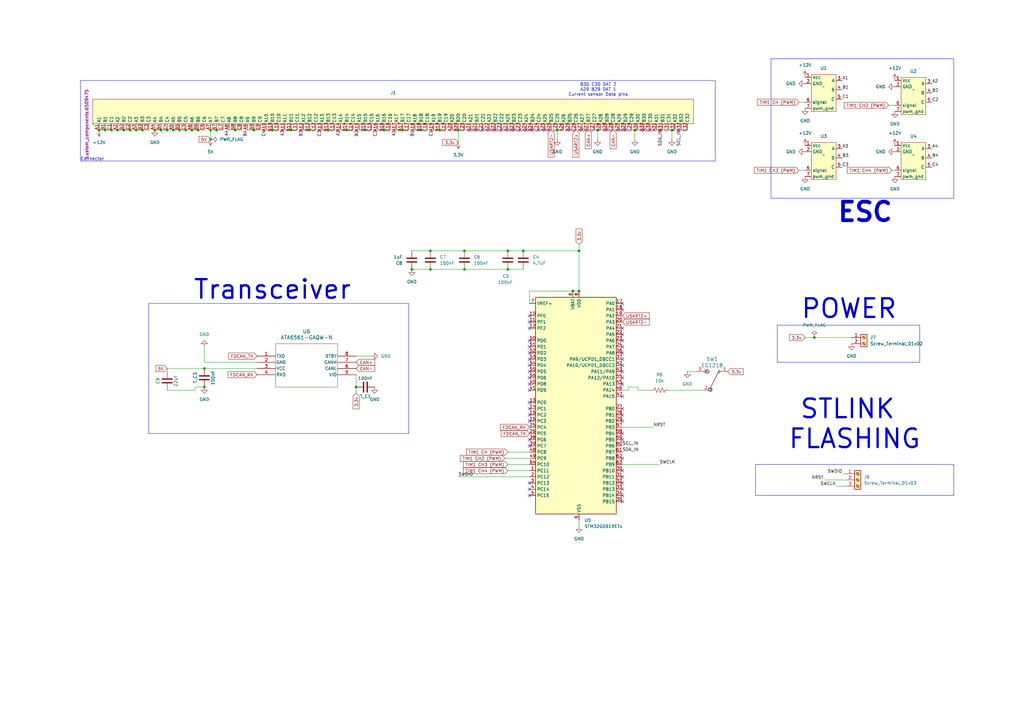
<source format=kicad_sch>
(kicad_sch (version 20250114) (generator "eeschema") (generator_version "9.0")
  (paper "A3")
  (title_block (title "Thruster Control Card") (company "Robatics @ Maryland") (comment 1 "Andrew Schaefer"))
  (lib_symbols
    (symbol "Connector:Screw_Terminal_01x02" (pin_names (offset 1.016) (hide yes))
      (property "Reference" "J" (at 0 2.54 0))
      (property "Value" "Screw_Terminal_01x02" (at 0 -5.08 0))
      (symbol "Screw_Terminal_01x02_1_1"
        (rectangle (start -1.27 1.27) (end 1.27 -3.81) (stroke (width 0.254)) (fill (type background)))
        (polyline (pts (xy -0.5334 0.3302) (xy 0.3302 -0.508)) (stroke (width 0.1524)))
        (polyline (pts (xy -0.5334 -2.2098) (xy 0.3302 -3.048)) (stroke (width 0.1524)))
        (polyline (pts (xy -0.3556 0.508) (xy 0.508 -0.3302)) (stroke (width 0.1524)))
        (polyline (pts (xy -0.3556 -2.032) (xy 0.508 -2.8702)) (stroke (width 0.1524)))
        (circle (center 0 0) (radius 0.635) (stroke (width 0.1524)))
        (circle (center 0 -2.54) (radius 0.635) (stroke (width 0.1524)))
        (pin passive line (at -5.08 0 0) (length 3.81) (name "Pin_1") (number "1"))
        (pin passive line (at -5.08 -2.54 0) (length 3.81) (name "Pin_2") (number "2"))
      )
    )
    (symbol "Connector:Screw_Terminal_01x03" (pin_names (offset 1.016) (hide yes))
      (property "Reference" "J" (at 0 5.08 0))
      (property "Value" "Screw_Terminal_01x03" (at 0 -5.08 0))
      (symbol "Screw_Terminal_01x03_1_1"
        (rectangle (start -1.27 3.81) (end 1.27 -3.81) (stroke (width 0.254)) (fill (type background)))
        (polyline (pts (xy -0.5334 2.8702) (xy 0.3302 2.032)) (stroke (width 0.1524)))
        (polyline (pts (xy -0.5334 0.3302) (xy 0.3302 -0.508)) (stroke (width 0.1524)))
        (polyline (pts (xy -0.5334 -2.2098) (xy 0.3302 -3.048)) (stroke (width 0.1524)))
        (polyline (pts (xy -0.3556 3.048) (xy 0.508 2.2098)) (stroke (width 0.1524)))
        (polyline (pts (xy -0.3556 0.508) (xy 0.508 -0.3302)) (stroke (width 0.1524)))
        (polyline (pts (xy -0.3556 -2.032) (xy 0.508 -2.8702)) (stroke (width 0.1524)))
        (circle (center 0 2.54) (radius 0.635) (stroke (width 0.1524)))
        (circle (center 0 0) (radius 0.635) (stroke (width 0.1524)))
        (circle (center 0 -2.54) (radius 0.635) (stroke (width 0.1524)))
        (pin passive line (at -5.08 2.54 0) (length 3.81) (name "Pin_1") (number "1"))
        (pin passive line (at -5.08 0 0) (length 3.81) (name "Pin_2") (number "2"))
        (pin passive line (at -5.08 -2.54 0) (length 3.81) (name "Pin_3") (number "3"))
      )
    )
    (symbol "Custom:650470"
      (property "Reference" "J" (at 0 0 0))
      (symbol "650470_1_1"
        (rectangle (start 0 0) (end 10.16 -246.38) (fill (type background)))
        (pin passive line (at -2.54 -2.54 0) (length 2.54) (name "A1") (number "A1"))
        (pin passive line (at -2.54 -5.08 0) (length 2.54) (name "B1") (number "B1"))
        (pin passive line (at -2.54 -7.62 0) (length 2.54) (name "C1") (number "C1"))
        (pin passive line (at -2.54 -10.16 0) (length 2.54) (name "A2") (number "A2"))
        (pin passive line (at -2.54 -12.7 0) (length 2.54) (name "B2") (number "B2"))
        (pin passive line (at -2.54 -15.24 0) (length 2.54) (name "C2") (number "C2"))
        (pin passive line (at -2.54 -17.78 0) (length 2.54) (name "A3") (number "A3"))
        (pin passive line (at -2.54 -20.32 0) (length 2.54) (name "B3") (number "B3"))
        (pin passive line (at -2.54 -22.86 0) (length 2.54) (name "C3") (number "C3"))
        (pin passive line (at -2.54 -25.4 0) (length 2.54) (name "A4") (number "A4"))
        (pin passive line (at -2.54 -27.94 0) (length 2.54) (name "B4") (number "B4"))
        (pin passive line (at -2.54 -30.48 0) (length 2.54) (name "C4") (number "C4"))
        (pin passive line (at -2.54 -33.02 0) (length 2.54) (name "A5") (number "A5"))
        (pin passive line (at -2.54 -35.56 0) (length 2.54) (name "B5") (number "B5"))
        (pin passive line (at -2.54 -38.1 0) (length 2.54) (name "C5") (number "C5"))
        (pin passive line (at -2.54 -40.64 0) (length 2.54) (name "A6") (number "A6"))
        (pin passive line (at -2.54 -43.18 0) (length 2.54) (name "B6") (number "B6"))
        (pin passive line (at -2.54 -45.72 0) (length 2.54) (name "C6") (number "C6"))
        (pin passive line (at -2.54 -48.26 0) (length 2.54) (name "A7") (number "A7"))
        (pin passive line (at -2.54 -50.8 0) (length 2.54) (name "B7") (number "B7"))
        (pin passive line (at -2.54 -53.34 0) (length 2.54) (name "C7") (number "C7"))
        (pin passive line (at -2.54 -55.88 0) (length 2.54) (name "A8") (number "A8"))
        (pin passive line (at -2.54 -58.42 0) (length 2.54) (name "B8") (number "B8"))
        (pin passive line (at -2.54 -60.96 0) (length 2.54) (name "C8") (number "C8"))
        (pin passive line (at -2.54 -63.5 0) (length 2.54) (name "A9") (number "A9"))
        (pin passive line (at -2.54 -66.04 0) (length 2.54) (name "B9") (number "B9"))
        (pin passive line (at -2.54 -68.58 0) (length 2.54) (name "C9") (number "C9"))
        (pin passive line (at -2.54 -71.12 0) (length 2.54) (name "A10") (number "A10"))
        (pin passive line (at -2.54 -73.66 0) (length 2.54) (name "B10") (number "B10"))
        (pin passive line (at -2.54 -76.2 0) (length 2.54) (name "C10") (number "C10"))
        (pin passive line (at -2.54 -78.74 0) (length 2.54) (name "A11") (number "A11"))
        (pin passive line (at -2.54 -81.28 0) (length 2.54) (name "B11") (number "B11"))
        (pin passive line (at -2.54 -83.82 0) (length 2.54) (name "C11") (number "C11"))
        (pin passive line (at -2.54 -86.36 0) (length 2.54) (name "A12") (number "A12"))
        (pin passive line (at -2.54 -88.9 0) (length 2.54) (name "B12") (number "B12"))
        (pin passive line (at -2.54 -91.44 0) (length 2.54) (name "C12") (number "C12"))
        (pin passive line (at -2.54 -93.98 0) (length 2.54) (name "A13") (number "A13"))
        (pin passive line (at -2.54 -96.52 0) (length 2.54) (name "B13") (number "B13"))
        (pin passive line (at -2.54 -99.06 0) (length 2.54) (name "C13") (number "C13"))
        (pin passive line (at -2.54 -101.6 0) (length 2.54) (name "A14") (number "A14"))
        (pin passive line (at -2.54 -104.14 0) (length 2.54) (name "B14") (number "B14"))
        (pin passive line (at -2.54 -106.68 0) (length 2.54) (name "C14") (number "C14"))
        (pin passive line (at -2.54 -109.22 0) (length 2.54) (name "A15") (number "A15"))
        (pin passive line (at -2.54 -111.76 0) (length 2.54) (name "B15") (number "B15"))
        (pin passive line (at -2.54 -114.3 0) (length 2.54) (name "C15") (number "C15"))
        (pin passive line (at -2.54 -116.84 0) (length 2.54) (name "A16") (number "A16"))
        (pin passive line (at -2.54 -119.38 0) (length 2.54) (name "B16") (number "B16"))
        (pin passive line (at -2.54 -121.92 0) (length 2.54) (name "C16") (number "C16"))
        (pin passive line (at -2.54 -124.46 0) (length 2.54) (name "A17") (number "A17"))
        (pin passive line (at -2.54 -127 0) (length 2.54) (name "B17") (number "B17"))
        (pin passive line (at -2.54 -129.54 0) (length 2.54) (name "C17") (number "C17"))
        (pin passive line (at -2.54 -132.08 0) (length 2.54) (name "A18") (number "A18"))
        (pin passive line (at -2.54 -134.62 0) (length 2.54) (name "B18") (number "B18"))
        (pin passive line (at -2.54 -137.16 0) (length 2.54) (name "C18") (number "C18"))
        (pin passive line (at -2.54 -139.7 0) (length 2.54) (name "A19") (number "A19"))
        (pin passive line (at -2.54 -142.24 0) (length 2.54) (name "B19") (number "B19"))
        (pin passive line (at -2.54 -144.78 0) (length 2.54) (name "C19") (number "C19"))
        (pin passive line (at -2.54 -147.32 0) (length 2.54) (name "A20") (number "A20"))
        (pin passive line (at -2.54 -149.86 0) (length 2.54) (name "B20") (number "B20"))
        (pin passive line (at -2.54 -152.4 0) (length 2.54) (name "C20") (number "C20"))
        (pin passive line (at -2.54 -154.94 0) (length 2.54) (name "A21") (number "A21"))
        (pin passive line (at -2.54 -157.48 0) (length 2.54) (name "B21") (number "B21"))
        (pin passive line (at -2.54 -160.02 0) (length 2.54) (name "C21") (number "C21"))
        (pin passive line (at -2.54 -162.56 0) (length 2.54) (name "A22") (number "A22"))
        (pin passive line (at -2.54 -165.1 0) (length 2.54) (name "B22") (number "B22"))
        (pin passive line (at -2.54 -167.64 0) (length 2.54) (name "C22") (number "C22"))
        (pin passive line (at -2.54 -170.18 0) (length 2.54) (name "A23") (number "A23"))
        (pin passive line (at -2.54 -172.72 0) (length 2.54) (name "B23") (number "B23"))
        (pin passive line (at -2.54 -175.26 0) (length 2.54) (name "C23") (number "C23"))
        (pin passive line (at -2.54 -177.8 0) (length 2.54) (name "A24") (number "A24"))
        (pin passive line (at -2.54 -180.34 0) (length 2.54) (name "B24") (number "B24"))
        (pin passive line (at -2.54 -182.88 0) (length 2.54) (name "C24") (number "C24"))
        (pin passive line (at -2.54 -185.42 0) (length 2.54) (name "A25") (number "A25"))
        (pin passive line (at -2.54 -187.96 0) (length 2.54) (name "B25") (number "B25"))
        (pin passive line (at -2.54 -190.5 0) (length 2.54) (name "C25") (number "C25"))
        (pin passive line (at -2.54 -193.04 0) (length 2.54) (name "A26") (number "A26"))
        (pin passive line (at -2.54 -195.58 0) (length 2.54) (name "B26") (number "B26"))
        (pin passive line (at -2.54 -198.12 0) (length 2.54) (name "C26") (number "C26"))
        (pin passive line (at -2.54 -200.66 0) (length 2.54) (name "A27") (number "A27"))
        (pin passive line (at -2.54 -203.2 0) (length 2.54) (name "B27") (number "B27"))
        (pin passive line (at -2.54 -205.74 0) (length 2.54) (name "C27") (number "C27"))
        (pin passive line (at -2.54 -208.28 0) (length 2.54) (name "A28") (number "A28"))
        (pin passive line (at -2.54 -210.82 0) (length 2.54) (name "B28") (number "B28"))
        (pin passive line (at -2.54 -213.36 0) (length 2.54) (name "C28") (number "C28"))
        (pin passive line (at -2.54 -215.9 0) (length 2.54) (name "A29") (number "A29"))
        (pin passive line (at -2.54 -218.44 0) (length 2.54) (name "B29") (number "B29"))
        (pin passive line (at -2.54 -220.98 0) (length 2.54) (name "C29") (number "C29"))
        (pin passive line (at -2.54 -223.52 0) (length 2.54) (name "A30") (number "A30"))
        (pin passive line (at -2.54 -226.06 0) (length 2.54) (name "B30") (number "B30"))
        (pin passive line (at -2.54 -228.6 0) (length 2.54) (name "C30") (number "C30"))
        (pin passive line (at -2.54 -231.14 0) (length 2.54) (name "A31") (number "A31"))
        (pin passive line (at -2.54 -233.68 0) (length 2.54) (name "B31") (number "B31"))
        (pin passive line (at -2.54 -236.22 0) (length 2.54) (name "C31") (number "C31"))
        (pin passive line (at -2.54 -238.76 0) (length 2.54) (name "A32") (number "A32"))
        (pin passive line (at -2.54 -241.3 0) (length 2.54) (name "B32") (number "B32"))
        (pin passive line (at -2.54 -243.84 0) (length 2.54) (name "C32") (number "C32"))
      )
    )
    (symbol "Device:C" (pin_numbers (hide yes)) (pin_names (offset 0.254))
      (property "Reference" "C" (at 0.635 2.54 0))
      (property "Value" "C" (at 0.635 -2.54 0))
      (symbol "C_0_1"
        (polyline (pts (xy -2.032 0.762) (xy 2.032 0.762)) (stroke (width 0.508)))
        (polyline (pts (xy -2.032 -0.762) (xy 2.032 -0.762)) (stroke (width 0.508)))
      )
      (symbol "C_1_1"
        (pin passive line (at 0 3.81 270) (length 2.794) (name "~") (number "1"))
        (pin passive line (at 0 -3.81 90) (length 2.794) (name "~") (number "2"))
      )
    )
    (symbol "Device:R_US" (pin_numbers (hide yes)) (pin_names (offset 0))
      (property "Reference" "R" (at 2.54 0 90))
      (property "Value" "R_US" (at -2.54 0 90))
      (symbol "R_US_0_1"
        (polyline (pts (xy 0 2.286) (xy 0 2.54)))
        (polyline (pts (xy 0 2.286) (xy 1.016 1.905) (xy 0 1.524) (xy -1.016 1.143) (xy 0 0.762)))
        (polyline (pts (xy 0 0.762) (xy 1.016 0.381) (xy 0 0) (xy -1.016 -0.381) (xy 0 -0.762)))
        (polyline (pts (xy 0 -0.762) (xy 1.016 -1.143) (xy 0 -1.524) (xy -1.016 -1.905) (xy 0 -2.286)))
        (polyline (pts (xy 0 -2.286) (xy 0 -2.54)))
      )
      (symbol "R_US_1_1"
        (pin passive line (at 0 3.81 270) (length 1.27) (name "~") (number "1"))
        (pin passive line (at 0 -3.81 90) (length 1.27) (name "~") (number "2"))
      )
    )
    (symbol "ESC_1"
      (property "Reference" "U" (at 0 6.35 0))
      (symbol "ESC_1_1_1"
        (rectangle (start -5.08 5.08) (end 5.08 -10.16) (fill (type background)))
        (pin power_in line (at -7.62 3.81 0) (length 2.54) (name "Vcc") (number "1"))
        (pin power_out line (at -7.62 1.27 0) (length 2.54) (name "GND") (number "2"))
        (pin input line (at -7.62 -6.35 0) (length 2.54) (name "signal") (number "6"))
        (pin output line (at -7.62 -8.89 0) (length 2.54) (name "pwm_gnd") (number "7"))
        (pin output line (at 7.62 2.54 180) (length 2.54) (name "A") (number "3"))
        (pin output line (at 7.62 -1.27 180) (length 2.54) (name "B") (number "4"))
        (pin output line (at 7.62 -5.08 180) (length 2.54) (name "C") (number "5"))
      )
    )
    (symbol "ESC_2"
      (property "Reference" "U" (at 0 6.35 0))
      (symbol "ESC_2_1_1"
        (rectangle (start -5.08 5.08) (end 5.08 -10.16) (fill (type background)))
        (pin power_in line (at -7.62 3.81 0) (length 2.54) (name "Vcc") (number "1"))
        (pin power_out line (at -7.62 1.27 0) (length 2.54) (name "GND") (number "2"))
        (pin input line (at -7.62 -6.35 0) (length 2.54) (name "signal") (number "6"))
        (pin output line (at -7.62 -8.89 0) (length 2.54) (name "pwm_gnd") (number "7"))
        (pin output line (at 7.62 2.54 180) (length 2.54) (name "A") (number "3"))
        (pin output line (at 7.62 -1.27 180) (length 2.54) (name "B") (number "4"))
        (pin output line (at 7.62 -5.08 180) (length 2.54) (name "C") (number "5"))
      )
    )
    (symbol "GND_1" (power) (pin_numbers (hide yes)) (pin_names (offset 0) (hide yes))
      (property "Value" "GND" (at 0 -3.81 0))
      (symbol "GND_1_0_1"
        (polyline (pts (xy 0 0) (xy 0 -1.27) (xy 1.27 -1.27) (xy 0 -2.54) (xy -1.27 -1.27) (xy 0 -1.27)))
      )
      (symbol "GND_1_1_1"
        (pin power_in line (at 0 0 270) (length 0) (name "~") (number "1"))
      )
    )
    (symbol "MCU_ST_STM32G0:STM32G0B1RETx"
      (property "Reference" "U" (at -15.24 46.99 0))
      (property "Value" "STM32G0B1RETx" (at 5.08 46.99 0))
      (symbol "STM32G0B1RETx_0_1"
        (rectangle (start -15.24 -43.18) (end 17.78 45.72) (stroke (width 0.254)) (fill (type background)))
      )
      (symbol "STM32G0B1RETx_1_1"
        (pin input line (at -17.78 43.18 0) (length 2.54) (name "VREF+") (number "7"))
        (pin bidirectional line (at -17.78 38.1 0) (length 2.54) (name "PF0") (number "10"))
        (pin bidirectional line (at -17.78 35.56 0) (length 2.54) (name "PF1") (number "11"))
        (pin bidirectional line (at -17.78 33.02 0) (length 2.54) (name "PF2") (number "12"))
        (pin bidirectional line (at -17.78 27.94 0) (length 2.54) (name "PD0") (number "50"))
        (pin bidirectional line (at -17.78 25.4 0) (length 2.54) (name "PD1") (number "51"))
        (pin bidirectional line (at -17.78 22.86 0) (length 2.54) (name "PD2") (number "52"))
        (pin bidirectional line (at -17.78 20.32 0) (length 2.54) (name "PD3") (number "53"))
        (pin bidirectional line (at -17.78 17.78 0) (length 2.54) (name "PD4") (number "54"))
        (pin bidirectional line (at -17.78 15.24 0) (length 2.54) (name "PD5") (number "55"))
        (pin bidirectional line (at -17.78 12.7 0) (length 2.54) (name "PD6") (number "56"))
        (pin bidirectional line (at -17.78 10.16 0) (length 2.54) (name "PD8") (number "40"))
        (pin bidirectional line (at -17.78 7.62 0) (length 2.54) (name "PD9") (number "41"))
        (pin bidirectional line (at -17.78 2.54 0) (length 2.54) (name "PC0") (number "13"))
        (pin bidirectional line (at -17.78 0 0) (length 2.54) (name "PC1") (number "14"))
        (pin bidirectional line (at -17.78 -2.54 0) (length 2.54) (name "PC2") (number "15"))
        (pin bidirectional line (at -17.78 -5.08 0) (length 2.54) (name "PC3") (number "16"))
        (pin bidirectional line (at -17.78 -7.62 0) (length 2.54) (name "PC4") (number "25"))
        (pin bidirectional line (at -17.78 -10.16 0) (length 2.54) (name "PC5") (number "26"))
        (pin bidirectional line (at -17.78 -12.7 0) (length 2.54) (name "PC6") (number "38"))
        (pin bidirectional line (at -17.78 -15.24 0) (length 2.54) (name "PC7") (number "39"))
        (pin bidirectional line (at -17.78 -17.78 0) (length 2.54) (name "PC8") (number "48"))
        (pin bidirectional line (at -17.78 -20.32 0) (length 2.54) (name "PC9") (number "49"))
        (pin bidirectional line (at -17.78 -22.86 0) (length 2.54) (name "PC10") (number "64"))
        (pin bidirectional line (at -17.78 -25.4 0) (length 2.54) (name "PC11") (number "1"))
        (pin bidirectional line (at -17.78 -27.94 0) (length 2.54) (name "PC12") (number "2"))
        (pin bidirectional line (at -17.78 -30.48 0) (length 2.54) (name "PC13") (number "3"))
        (pin bidirectional line (at -17.78 -33.02 0) (length 2.54) (name "PC14") (number "4"))
        (pin bidirectional line (at -17.78 -35.56 0) (length 2.54) (name "PC15") (number "5"))
        (pin power_in line (at 0 48.26 270) (length 2.54) (name "VBAT") (number "6"))
        (pin power_in line (at 2.54 48.26 270) (length 2.54) (name "VDD") (number "8"))
        (pin power_in line (at 2.54 -45.72 90) (length 2.54) (name "VSS") (number "9"))
        (pin bidirectional line (at 20.32 43.18 180) (length 2.54) (name "PA0") (number "17"))
        (pin bidirectional line (at 20.32 40.64 180) (length 2.54) (name "PA1") (number "18"))
        (pin bidirectional line (at 20.32 38.1 180) (length 2.54) (name "PA2") (number "19"))
        (pin bidirectional line (at 20.32 35.56 180) (length 2.54) (name "PA3") (number "20"))
        (pin bidirectional line (at 20.32 33.02 180) (length 2.54) (name "PA4") (number "21"))
        (pin bidirectional line (at 20.32 30.48 180) (length 2.54) (name "PA5") (number "22"))
        (pin bidirectional line (at 20.32 27.94 180) (length 2.54) (name "PA6") (number "23"))
        (pin bidirectional line (at 20.32 25.4 180) (length 2.54) (name "PA7") (number "24"))
        (pin bidirectional line (at 20.32 22.86 180) (length 2.54) (name "PA8") (number "36"))
        (pin bidirectional line (at 20.32 20.32 180) (length 2.54) (name "PA9/UCPD1_DBCC1") (number "37"))
        (pin bidirectional line (at 20.32 17.78 180) (length 2.54) (name "PA10/UCPD1_DBCC2") (number "42"))
        (pin bidirectional line (at 20.32 15.24 180) (length 2.54) (name "PA11/PA9") (number "43"))
        (pin bidirectional line (at 20.32 12.7 180) (length 2.54) (name "PA12/PA10") (number "44"))
        (pin bidirectional line (at 20.32 10.16 180) (length 2.54) (name "PA13") (number "45"))
        (pin bidirectional line (at 20.32 7.62 180) (length 2.54) (name "PA14") (number "46"))
        (pin bidirectional line (at 20.32 5.08 180) (length 2.54) (name "PA15") (number "47"))
        (pin bidirectional line (at 20.32 0 180) (length 2.54) (name "PB0") (number "27"))
        (pin bidirectional line (at 20.32 -2.54 180) (length 2.54) (name "PB1") (number "28"))
        (pin bidirectional line (at 20.32 -5.08 180) (length 2.54) (name "PB2") (number "29"))
        (pin bidirectional line (at 20.32 -7.62 180) (length 2.54) (name "PB3") (number "57"))
        (pin bidirectional line (at 20.32 -10.16 180) (length 2.54) (name "PB4") (number "58"))
        (pin bidirectional line (at 20.32 -12.7 180) (length 2.54) (name "PB5") (number "59"))
        (pin bidirectional line (at 20.32 -15.24 180) (length 2.54) (name "PB6") (number "60"))
        (pin bidirectional line (at 20.32 -17.78 180) (length 2.54) (name "PB7") (number "61"))
        (pin bidirectional line (at 20.32 -20.32 180) (length 2.54) (name "PB8") (number "62"))
        (pin bidirectional line (at 20.32 -22.86 180) (length 2.54) (name "PB9") (number "63"))
        (pin bidirectional line (at 20.32 -25.4 180) (length 2.54) (name "PB10") (number "30"))
        (pin bidirectional line (at 20.32 -27.94 180) (length 2.54) (name "PB11") (number "31"))
        (pin bidirectional line (at 20.32 -30.48 180) (length 2.54) (name "PB12") (number "32"))
        (pin bidirectional line (at 20.32 -33.02 180) (length 2.54) (name "PB13") (number "33"))
        (pin bidirectional line (at 20.32 -35.56 180) (length 2.54) (name "PB14") (number "34"))
        (pin bidirectional line (at 20.32 -38.1 180) (length 2.54) (name "PB15") (number "35"))
      )
    )
    (symbol "Thruster_Control_Components:ESC"
      (property "Reference" "U" (at 0 6.35 0))
      (symbol "ESC_1_1"
        (rectangle (start -5.08 5.08) (end 5.08 -10.16) (fill (type background)))
        (pin power_in line (at -7.62 3.81 0) (length 2.54) (name "Vcc") (number "1"))
        (pin power_out line (at -7.62 1.27 0) (length 2.54) (name "GND") (number "2"))
        (pin input line (at -7.62 -6.35 0) (length 2.54) (name "signal") (number "6"))
        (pin output line (at -7.62 -8.89 0) (length 2.54) (name "pwm_gnd") (number "7"))
        (pin output line (at 7.62 2.54 180) (length 2.54) (name "A") (number "3"))
        (pin output line (at 7.62 -1.27 180) (length 2.54) (name "B") (number "4"))
        (pin output line (at 7.62 -5.08 180) (length 2.54) (name "C") (number "5"))
      )
    )
    (symbol "custom_components:ATA6561-GAQW-N" (pin_names (offset 0.254))
      (property "Reference" "U6" (at 20.32 10.16 0))
      (property "Value" "ATA6561-GAQW-N" (at 20.32 7.62 0))
      (symbol "ATA6561-GAQW-N_0_1"
        (polyline (pts (xy 7.62 5.08) (xy 7.62 -12.7)) (stroke (width 0.127)))
        (polyline (pts (xy 7.62 -12.7) (xy 33.02 -12.7)) (stroke (width 0.127)))
        (polyline (pts (xy 33.02 5.08) (xy 7.62 5.08)) (stroke (width 0.127)))
        (polyline (pts (xy 33.02 -12.7) (xy 33.02 5.08)) (stroke (width 0.127)))
        (pin unspecified line (at 0 0 0) (length 7.62) (name "TXD") (number "1"))
        (pin power_in line (at 0 -5.08 0) (length 7.62) (name "VCC") (number "3"))
        (pin unspecified line (at 0 -7.62 0) (length 7.62) (name "RXD") (number "4"))
        (pin unspecified line (at 40.64 0 180) (length 7.62) (name "STBY") (number "8"))
        (pin unspecified line (at 40.64 -2.54 180) (length 7.62) (name "CANH") (number "7"))
        (pin unspecified line (at 40.64 -5.08 180) (length 7.62) (name "CANL") (number "6"))
      )
      (symbol "ATA6561-GAQW-N_1_1"
        (pin power_in line (at 0 -2.54 0) (length 7.62) (name "GND") (number "2"))
        (pin unspecified line (at 40.64 -7.62 180) (length 7.62) (name "VIO") (number "5"))
      )
    )
    (symbol "custom_components:EG1218" (pin_names (offset 0.254))
      (property "Reference" "SW" (at 7.62 15.24 0))
      (property "Value" "EG1218" (at 0 9.652 0))
      (symbol "EG1218_0_1"
        (polyline (pts (xy 2.54 0) (xy 3.81 0)) (stroke (width 0.2032)))
        (polyline (pts (xy 7.3251 7.3251) (xy 3.81 0)) (stroke (width 0.2032)))
        (circle (center 7.3251 7.3251) (radius 0.635) (stroke (width 0.254)))
        (circle (center 8.255 0) (radius 0.635) (stroke (width 0.254)))
        (polyline (pts (xy 10.16 0) (xy 8.89 0)) (stroke (width 0.2032)))
        (pin unspecified line (at 10.16 7.62 180) (length 2.54) (name "2") (number "2"))
        (pin unspecified line (at 12.7 0 180) (length 2.54) (name "3") (number "3"))
      )
      (symbol "EG1218_1_1"
        (pin unspecified line (at 0 0 0) (length 2.54) (name "1") (number "1"))
      )
    )
    (symbol "power:+12V" (power) (pin_names (offset 0))
      (property "Value" "+12V" (at 0 3.556 0))
      (symbol "+12V_0_1"
        (polyline (pts (xy -0.762 1.27) (xy 0 2.54)))
        (polyline (pts (xy 0 2.54) (xy 0.762 1.27)))
        (polyline (pts (xy 0 0) (xy 0 2.54)))
      )
      (symbol "+12V_1_1"
        (pin power_in line (at 0 0 90) (length 0) (hide yes) (name "+12V") (number "1"))
      )
    )
    (symbol "power:+3.3V" (power) (pin_names (offset 0))
      (property "Value" "+3.3V" (at 0 3.556 0))
      (symbol "+3.3V_0_1"
        (polyline (pts (xy -0.762 1.27) (xy 0 2.54)))
        (polyline (pts (xy 0 2.54) (xy 0.762 1.27)))
        (polyline (pts (xy 0 0) (xy 0 2.54)))
      )
      (symbol "+3.3V_1_1"
        (pin power_in line (at 0 0 90) (length 0) (hide yes) (name "+3.3V") (number "1"))
      )
    )
    (symbol "power:+5V" (power) (pin_names (offset 0))
      (property "Value" "+5V" (at 0 3.556 0))
      (symbol "+5V_0_1"
        (polyline (pts (xy -0.762 1.27) (xy 0 2.54)))
        (polyline (pts (xy 0 2.54) (xy 0.762 1.27)))
        (polyline (pts (xy 0 0) (xy 0 2.54)))
      )
      (symbol "+5V_1_1"
        (pin power_in line (at 0 0 90) (length 0) (hide yes) (name "+5V") (number "1"))
      )
    )
    (symbol "power:GND" (power) (pin_names (offset 0))
      (property "Value" "GND" (at 0 -3.81 0))
      (symbol "GND_0_1"
        (polyline (pts (xy 0 0) (xy 0 -1.27) (xy 1.27 -1.27) (xy 0 -2.54) (xy -1.27 -1.27) (xy 0 -1.27)))
      )
      (symbol "GND_1_1"
        (pin power_in line (at 0 0 270) (length 0) (hide yes) (name "GND") (number "1"))
      )
    )
    (symbol "power:PWR_FLAG" (power) (pin_numbers (hide yes)) (pin_names (offset 0) (hide yes))
      (property "Value" "PWR_FLAG" (at 0 3.81 0))
      (symbol "PWR_FLAG_0_0"
        (pin power_out line (at 0 0 90) (length 0) (name "~") (number "1"))
      )
      (symbol "PWR_FLAG_0_1"
        (polyline (pts (xy 0 0) (xy 0 1.27) (xy -1.016 1.905) (xy 0 2.54) (xy 1.016 1.905) (xy 0 1.27)))
      )
    )
  )
  (rectangle (start 309.88 190.5) (end 391.16 203.2))
  (rectangle (start 316.23 24.13) (end 391.16 81.28))
  (rectangle (start 33.02 33.02) (end 293.37 66.04))
  (rectangle (start 318.77 133.35) (end 377.19 148.59))
  (text "ESC" (at 354.838 87.122 0) (effects (font (size 7.62 7.62) (thickness 1.524) (bold yes))))
  (text "POWER" (at 348.234 126.746 0) (effects (font (size 7.62 7.62) (thickness 0.9525))))
  (text "B30 C30 DAT 2\nA29 B29 DAT 1\nCurrent sensor Data pins\n" (at 245.364 36.83 0) (effects (font (size 1.27 1.27))))
  (text "Connector" (at 33.02 66.04 0) (effects (font (size 1.27 1.27)) (justify left bottom)))
  (text "Transceiver" (at 111.76 118.872 0) (effects (font (size 7.62 7.62) (thickness 0.9525))))
  (text "STLINK \nFLASHING" (at 350.52 173.99 0) (effects (font (size 7.62 7.62) (thickness 0.9525))))
  (text_box "" (at 60.96 124.46 0) (size 106.68 53.34) (margins 0.9525 0.9525 0.9525 0.9525) (effects (font (size 1.27 1.27)) (justify left top)))
  (junction (at 86.36 57.15))
  (junction (at 180.34 53.34))
  (junction (at 96.52 53.34))
  (junction (at 78.74 53.34))
  (junction (at 275.59 53.34))
  (junction (at 50.8 53.34))
  (junction (at 104.14 53.34))
  (junction (at 83.82 151.13))
  (junction (at 68.58 53.34))
  (junction (at 76.2 53.34))
  (junction (at 55.88 53.34))
  (junction (at 40.64 53.34))
  (junction (at 111.76 53.34))
  (junction (at 58.42 53.34))
  (junction (at 165.1 53.34))
  (junction (at 134.62 53.34))
  (junction (at 88.9 53.34))
  (junction (at 142.24 53.34))
  (junction (at 157.48 53.34))
  (junction (at 234.95 119.38))
  (junction (at 53.34 53.34))
  (junction (at 237.49 102.87))
  (junction (at 127 53.34))
  (junction (at 71.12 53.34))
  (junction (at 208.28 102.87))
  (junction (at 81.28 53.34))
  (junction (at 43.18 53.34))
  (junction (at 66.04 53.34))
  (junction (at 146.05 158.75))
  (junction (at 119.38 53.34))
  (junction (at 237.49 119.38))
  (junction (at 187.96 53.34))
  (junction (at 214.63 102.87))
  (junction (at 149.86 53.34))
  (junction (at 334.01 138.43))
  (junction (at 190.5 110.49))
  (junction (at 176.53 110.49))
  (junction (at 172.72 53.34))
  (junction (at 48.26 53.34))
  (junction (at 73.66 53.34))
  (junction (at 260.35 53.34))
  (junction (at 190.5 102.87))
  (junction (at 176.53 102.87))
  (junction (at 63.5 53.34))
  (junction (at 83.82 158.75))
  (junction (at 168.91 110.49))
  (junction (at 228.6 53.34))
  (junction (at 86.36 53.34))
  (junction (at 208.28 110.49))
  (junction (at 45.72 53.34))
  (junction (at 245.11 53.34))
  (no_connect (at 195.58 53.34))
  (no_connect (at 255.27 142.24))
  (no_connect (at 255.27 205.74))
  (no_connect (at 217.17 200.66))
  (no_connect (at 266.7 53.34))
  (no_connect (at 217.17 170.18))
  (no_connect (at 248.92 53.34))
  (no_connect (at 255.27 124.46))
  (no_connect (at 254 53.34))
  (no_connect (at 255.27 139.7))
  (no_connect (at 217.17 132.08))
  (no_connect (at 200.66 53.34))
  (no_connect (at 233.68 53.34))
  (no_connect (at 255.27 147.32))
  (no_connect (at 255.27 195.58))
  (no_connect (at 255.27 170.18))
  (no_connect (at 217.17 165.1))
  (no_connect (at 208.28 53.34))
  (no_connect (at 217.17 157.48))
  (no_connect (at 256.54 53.34))
  (no_connect (at 217.17 172.72))
  (no_connect (at 255.27 157.48))
  (no_connect (at 213.36 53.34))
  (no_connect (at 217.17 139.7))
  (no_connect (at 255.27 200.66))
  (no_connect (at 193.04 53.34))
  (no_connect (at 217.17 142.24))
  (no_connect (at 205.74 53.34))
  (no_connect (at 223.52 53.34))
  (no_connect (at 255.27 154.94))
  (no_connect (at 217.17 203.2))
  (no_connect (at 217.17 149.86))
  (no_connect (at 203.2 53.34))
  (no_connect (at 255.27 203.2))
  (no_connect (at 255.27 144.78))
  (no_connect (at 217.17 167.64))
  (no_connect (at 220.98 53.34))
  (no_connect (at 217.17 129.54))
  (no_connect (at 210.82 53.34))
  (no_connect (at 264.16 53.34))
  (no_connect (at 255.27 180.34))
  (no_connect (at 217.17 154.94))
  (no_connect (at 255.27 162.56))
  (no_connect (at 217.17 144.78))
  (no_connect (at 255.27 187.96))
  (no_connect (at 255.27 167.64))
  (no_connect (at 217.17 134.62))
  (no_connect (at 255.27 177.8))
  (no_connect (at 198.12 53.34))
  (no_connect (at 255.27 134.62))
  (no_connect (at 255.27 127))
  (no_connect (at 255.27 152.4))
  (no_connect (at 217.17 152.4))
  (no_connect (at 217.17 180.34))
  (no_connect (at 255.27 172.72))
  (no_connect (at 217.17 182.88))
  (no_connect (at 255.27 198.12))
  (no_connect (at 215.9 53.34))
  (no_connect (at 255.27 149.86))
  (no_connect (at 217.17 160.02))
  (no_connect (at 255.27 193.04))
  (no_connect (at 238.76 53.34))
  (no_connect (at 217.17 198.12))
  (no_connect (at 255.27 137.16))
  (no_connect (at 218.44 53.34))
  (no_connect (at 217.17 147.32))
  (wire (pts (xy 237.49 213.36) (xy 237.49 215.9)))
  (wire (pts (xy 327.66 41.91) (xy 330.2 41.91)))
  (wire (pts (xy 185.42 53.34) (xy 187.96 53.34)))
  (wire (pts (xy 190.5 102.87) (xy 208.28 102.87)))
  (wire (pts (xy 274.32 53.34) (xy 275.59 53.34)))
  (wire (pts (xy 40.64 53.34) (xy 43.18 53.34)))
  (wire (pts (xy 146.05 158.75) (xy 146.05 153.67)))
  (wire (pts (xy 243.84 53.34) (xy 245.11 53.34)))
  (wire (pts (xy 245.11 53.34) (xy 245.11 57.15)))
  (wire (pts (xy 176.53 110.49) (xy 190.5 110.49)))
  (wire (pts (xy 342.9 199.39) (xy 346.71 199.39)))
  (wire (pts (xy 208.28 110.49) (xy 214.63 110.49)))
  (wire (pts (xy 217.17 119.38) (xy 234.95 119.38)))
  (wire (pts (xy 162.56 53.34) (xy 165.1 53.34)))
  (wire (pts (xy 260.35 53.34) (xy 261.62 53.34)))
  (wire (pts (xy 345.44 194.31) (xy 346.71 194.31)))
  (wire (pts (xy 217.17 124.46) (xy 217.17 119.38)))
  (wire (pts (xy 208.28 102.87) (xy 214.63 102.87)))
  (wire (pts (xy 124.46 53.34) (xy 127 53.34)))
  (wire (pts (xy 68.58 151.13) (xy 83.82 151.13)))
  (wire (pts (xy 154.94 53.34) (xy 157.48 53.34)))
  (wire (pts (xy 146.05 146.05) (xy 152.4 146.05)))
  (wire (pts (xy 80.01 158.75) (xy 83.82 158.75)))
  (wire (pts (xy 105.41 148.59) (xy 83.82 148.59)))
  (wire (pts (xy 208.28 193.04) (xy 217.17 193.04)))
  (wire (pts (xy 48.26 53.34) (xy 50.8 53.34)))
  (wire (pts (xy 237.49 100.33) (xy 237.49 102.87)))
  (wire (pts (xy 68.58 53.34) (xy 71.12 53.34)))
  (wire (pts (xy 157.48 53.34) (xy 160.02 53.34)))
  (wire (pts (xy 257.81 158.75) (xy 257.81 160.02)))
  (wire (pts (xy 269.24 53.34) (xy 271.78 53.34)))
  (wire (pts (xy 337.82 196.85) (xy 346.71 196.85)))
  (wire (pts (xy 111.76 53.34) (xy 114.3 53.34)))
  (wire (pts (xy 132.08 53.34) (xy 134.62 53.34)))
  (wire (pts (xy 261.62 158.75) (xy 261.62 160.02)))
  (wire (pts (xy 81.28 53.34) (xy 83.82 53.34)))
  (wire (pts (xy 177.8 53.34) (xy 180.34 53.34)))
  (wire (pts (xy 165.1 53.34) (xy 167.64 53.34)))
  (wire (pts (xy 71.12 53.34) (xy 73.66 53.34)))
  (wire (pts (xy 134.62 53.34) (xy 137.16 53.34)))
  (wire (pts (xy 116.84 53.34) (xy 119.38 53.34)))
  (wire (pts (xy 68.58 160.02) (xy 80.01 160.02)))
  (wire (pts (xy 119.38 53.34) (xy 121.92 53.34)))
  (wire (pts (xy 187.96 195.58) (xy 217.17 195.58)))
  (wire (pts (xy 96.52 53.34) (xy 99.06 53.34)))
  (wire (pts (xy 259.08 53.34) (xy 260.35 53.34)))
  (wire (pts (xy 63.5 53.34) (xy 66.04 53.34)))
  (wire (pts (xy 147.32 53.34) (xy 149.86 53.34)))
  (wire (pts (xy 190.5 110.49) (xy 208.28 110.49)))
  (wire (pts (xy 275.59 53.34) (xy 276.86 53.34)))
  (wire (pts (xy 330.2 138.43) (xy 334.01 138.43)))
  (wire (pts (xy 208.28 185.42) (xy 217.17 185.42)))
  (wire (pts (xy 50.8 53.34) (xy 53.34 53.34)))
  (wire (pts (xy 274.32 160.02) (xy 288.29 160.02)))
  (wire (pts (xy 245.11 53.34) (xy 246.38 53.34)))
  (wire (pts (xy 327.66 69.85) (xy 330.2 69.85)))
  (wire (pts (xy 267.97 175.26) (xy 255.27 175.26)))
  (wire (pts (xy 176.53 102.87) (xy 190.5 102.87)))
  (wire (pts (xy 58.42 53.34) (xy 60.96 53.34)))
  (wire (pts (xy 93.98 53.34) (xy 96.52 53.34)))
  (wire (pts (xy 83.82 142.24) (xy 83.82 148.59)))
  (wire (pts (xy 208.28 190.5) (xy 217.17 190.5)))
  (wire (pts (xy 127 53.34) (xy 129.54 53.34)))
  (wire (pts (xy 364.49 43.18) (xy 367.03 43.18)))
  (wire (pts (xy 365.76 69.85) (xy 367.03 69.85)))
  (wire (pts (xy 86.36 57.15) (xy 86.36 53.34)))
  (wire (pts (xy 43.18 53.34) (xy 45.72 53.34)))
  (wire (pts (xy 78.74 53.34) (xy 81.28 53.34)))
  (wire (pts (xy 260.35 53.34) (xy 260.35 57.15)))
  (wire (pts (xy 168.91 102.87) (xy 176.53 102.87)))
  (wire (pts (xy 68.58 151.13) (xy 68.58 152.4)))
  (wire (pts (xy 66.04 53.34) (xy 68.58 53.34)))
  (wire (pts (xy 237.49 102.87) (xy 237.49 119.38)))
  (wire (pts (xy 228.6 57.15) (xy 228.6 53.34)))
  (wire (pts (xy 101.6 53.34) (xy 104.14 53.34)))
  (wire (pts (xy 76.2 53.34) (xy 78.74 53.34)))
  (wire (pts (xy 207.01 187.96) (xy 217.17 187.96)))
  (wire (pts (xy 55.88 53.34) (xy 58.42 53.34)))
  (wire (pts (xy 73.66 53.34) (xy 76.2 53.34)))
  (wire (pts (xy 83.82 151.13) (xy 105.41 151.13)))
  (wire (pts (xy 275.59 53.34) (xy 275.59 57.15)))
  (wire (pts (xy 149.86 53.34) (xy 152.4 53.34)))
  (wire (pts (xy 86.36 53.34) (xy 88.9 53.34)))
  (wire (pts (xy 187.96 58.42) (xy 187.96 53.34)))
  (wire (pts (xy 172.72 53.34) (xy 175.26 53.34)))
  (wire (pts (xy 334.01 138.43) (xy 349.25 138.43)))
  (wire (pts (xy 257.81 160.02) (xy 255.27 160.02)))
  (wire (pts (xy 234.95 119.38) (xy 237.49 119.38)))
  (wire (pts (xy 104.14 53.34) (xy 106.68 53.34)))
  (wire (pts (xy 80.01 160.02) (xy 80.01 158.75)))
  (wire (pts (xy 261.62 160.02) (xy 266.7 160.02)))
  (wire (pts (xy 281.94 152.4) (xy 285.75 152.4)))
  (wire (pts (xy 88.9 53.34) (xy 91.44 53.34)))
  (wire (pts (xy 146.05 161.29) (xy 146.05 158.75)))
  (wire (pts (xy 170.18 53.34) (xy 172.72 53.34)))
  (wire (pts (xy 270.51 190.5) (xy 255.27 190.5)))
  (wire (pts (xy 168.91 110.49) (xy 176.53 110.49)))
  (wire (pts (xy 237.49 102.87) (xy 214.63 102.87)))
  (wire (pts (xy 257.81 158.75) (xy 261.62 158.75)))
  (wire (pts (xy 53.34 53.34) (xy 55.88 53.34)))
  (wire (pts (xy 45.72 53.34) (xy 48.26 53.34)))
  (wire (pts (xy 142.24 53.34) (xy 144.78 53.34)))
  (wire (pts (xy 279.4 53.34) (xy 281.94 53.34)))
  (wire (pts (xy 180.34 53.34) (xy 182.88 53.34)))
  (wire (pts (xy 187.96 53.34) (xy 190.5 53.34)))
  (wire (pts (xy 109.22 53.34) (xy 111.76 53.34)))
  (wire (pts (xy 228.6 53.34) (xy 231.14 53.34)))
  (wire (pts (xy 139.7 53.34) (xy 142.24 53.34)))
  (label "SCL_IN" (at 255.27 182.88 0))
  (label "A4" (at 93.98 53.34 270))
  (label "SDA_IN" (at 271.78 53.34 270))
  (label "A2" (at 139.7 53.34 270))
  (label "A3" (at 116.84 53.34 270))
  (label "B3" (at 124.46 53.34 270))
  (label "C1" (at 177.8 53.34 270))
  (label "B1" (at 170.18 53.34 270))
  (label "A2" (at 382.27 34.29 0))
  (label "C2" (at 154.94 53.34 270))
  (label "A1" (at 162.56 53.34 270))
  (label "A4" (at 382.27 60.96 0))
  (label "SWCLK" (at 342.9 199.39 180))
  (label "C4" (at 382.27 68.58 0))
  (label "SWDIO" (at 187.96 195.58 0))
  (label "C4" (at 109.22 53.34 270))
  (label "SCL_IN" (at 279.4 53.34 270))
  (label "SWCLK" (at 270.51 190.5 0))
  (label "NRST" (at 337.82 196.85 180))
  (label "A1" (at 345.44 33.02 0))
  (label "B2" (at 382.27 38.1 0))
  (label "C3" (at 132.08 53.34 270))
  (label "NRST" (at 267.97 175.26 0))
  (label "C3" (at 345.44 68.58 0))
  (label "B3" (at 345.44 64.77 0))
  (label "C2" (at 382.27 41.91 0))
  (label "B2" (at 147.32 53.34 270))
  (label "SDA_IN" (at 255.27 185.42 0))
  (label "B1" (at 345.44 36.83 0))
  (label "B4" (at 382.27 64.77 0))
  (label "C1" (at 345.44 40.64 0))
  (label "A3" (at 345.44 60.96 0))
  (label "B4" (at 101.6 53.34 270))
  (label "SWDIO" (at 345.44 194.31 180))
  (global_label "TIM1 CH (PWM)" (shape input) (at 208.28 185.42 180) (property "Intersheetrefs" "${INTERSHEET_REFS}" (effects (hide yes))))
  (global_label "5V" (shape input) (at 68.58 151.13 180) (property "Intersheetrefs" "${INTERSHEET_REFS}" (effects (hide yes))))
  (global_label "FDCAN_RX" (shape input) (at 105.41 153.67 180) (property "Intersheetrefs" "${INTERSHEET_REFS}" (effects (hide yes))))
  (global_label "USART2+" (shape input) (at 236.22 53.34 270) (property "Intersheetrefs" "${INTERSHEET_REFS}" (effects (hide yes))))
  (global_label "3.3v" (shape input) (at 330.2 138.43 180) (property "Intersheetrefs" "${INTERSHEET_REFS}" (effects (hide yes))))
  (global_label "CAN+" (shape input) (at 146.05 148.59 0) (property "Intersheetrefs" "${INTERSHEET_REFS}" (effects (hide yes))))
  (global_label "3.3v" (shape input) (at 187.96 58.42 180) (property "Intersheetrefs" "${INTERSHEET_REFS}" (effects (hide yes))))
  (global_label "TIM1 CH4 (PWM)" (shape input) (at 365.76 69.85 180) (property "Intersheetrefs" "${INTERSHEET_REFS}" (effects (hide yes))))
  (global_label "USART2-" (shape input) (at 226.06 53.34 270) (property "Intersheetrefs" "${INTERSHEET_REFS}" (effects (hide yes))))
  (global_label "TIM1 CH (PWM)" (shape input) (at 327.66 41.91 180) (property "Intersheetrefs" "${INTERSHEET_REFS}" (effects (hide yes))))
  (global_label "FDCAN_TX" (shape input) (at 217.17 177.8 180) (property "Intersheetrefs" "${INTERSHEET_REFS}" (effects (hide yes))))
  (global_label "5V" (shape input) (at 86.36 57.15 180) (property "Intersheetrefs" "${INTERSHEET_REFS}" (effects (hide yes))))
  (global_label "FDCAN_RX" (shape input) (at 217.17 175.26 180) (property "Intersheetrefs" "${INTERSHEET_REFS}" (effects (hide yes))))
  (global_label "CAN-" (shape input) (at 146.05 151.13 0) (property "Intersheetrefs" "${INTERSHEET_REFS}" (effects (hide yes))))
  (global_label "TIM1 CH3 (PWM)" (shape input) (at 208.28 190.5 180) (property "Intersheetrefs" "${INTERSHEET_REFS}" (effects (hide yes))))
  (global_label "3.3v" (shape input) (at 298.45 152.4 0) (property "Intersheetrefs" "${INTERSHEET_REFS}" (effects (hide yes))))
  (global_label "3.3v" (shape input) (at 146.05 161.29 270) (property "Intersheetrefs" "${INTERSHEET_REFS}" (effects (hide yes))))
  (global_label "CAN+" (shape input) (at 241.3 53.34 270) (property "Intersheetrefs" "${INTERSHEET_REFS}" (effects (hide yes))))
  (global_label "3.3v" (shape input) (at 237.49 100.33 90) (property "Intersheetrefs" "${INTERSHEET_REFS}" (effects (hide yes))))
  (global_label "TIM1 CH3 (PWM)" (shape input) (at 327.66 69.85 180) (property "Intersheetrefs" "${INTERSHEET_REFS}" (effects (hide yes))))
  (global_label "TIM1 CH2 (PWM)" (shape input) (at 207.01 187.96 180) (property "Intersheetrefs" "${INTERSHEET_REFS}" (effects (hide yes))))
  (global_label "FDCAN_TX" (shape input) (at 105.41 146.05 180) (property "Intersheetrefs" "${INTERSHEET_REFS}" (effects (hide yes))))
  (global_label "TIM1 CH4 (PWM)" (shape input) (at 208.28 193.04 180) (property "Intersheetrefs" "${INTERSHEET_REFS}" (effects (hide yes))))
  (global_label "CAN-" (shape input) (at 251.46 53.34 270) (property "Intersheetrefs" "${INTERSHEET_REFS}" (effects (hide yes))))
  (global_label "TIM1 CH2 (PWM)" (shape input) (at 364.49 43.18 180) (property "Intersheetrefs" "${INTERSHEET_REFS}" (effects (hide yes))))
  (global_label "USART2-" (shape input) (at 255.27 132.08 0) (property "Intersheetrefs" "${INTERSHEET_REFS}" (effects (hide yes))))
  (global_label "USART2+" (shape input) (at 255.27 129.54 0) (property "Intersheetrefs" "${INTERSHEET_REFS}" (effects (hide yes))))
  (symbol (lib_id "power:GND") (at 83.82 142.24 180) (unit 1)
    (property "Reference" "#PWR050" (effects (hide yes)))
    (property "Value" "GND" (at 83.82 137.16 0))
  )
  (symbol (lib_id "Thruster_Control_Components:ESC") (at 337.82 63.5 0) (unit 1)
    (property "Reference" "U3" (at 337.82 55.88 0))
    (property "Value" "~" (at 337.82 63.5 0))
    (property "Footprint" "custom_components:ESC" (effects (hide yes)))
  )
  (symbol (lib_id "power:GND") (at 83.82 158.75 0) (unit 1)
    (property "Reference" "#PWR049" (effects (hide yes)))
    (property "Value" "GND" (at 83.82 163.83 0))
  )
  (symbol (lib_id "power:GND") (at 168.91 110.49 0) (unit 1)
    (property "Reference" "#PWR052" (effects (hide yes)))
    (property "Value" "GND" (at 168.91 115.57 0))
  )
  (symbol (lib_id "power:GND") (at 367.03 35.56 270) (unit 1)
    (property "Reference" "#PWR032" (effects (hide yes)))
    (property "Value" "GND" (at 363.22 35.56 90) (effects (justify right)))
  )
  (symbol (lib_id "power:GND") (at 330.2 44.45 0) (unit 1)
    (property "Reference" "#PWR040" (effects (hide yes)))
    (property "Value" "GND" (at 330.2 49.53 0))
  )
  (symbol (lib_id "power:GND") (at 153.67 158.75 0) (unit 1)
    (property "Reference" "#PWR048" (effects (hide yes)))
    (property "Value" "GND" (at 153.67 163.83 0))
  )
  (symbol (lib_id "Device:R_US") (at 270.51 160.02 90) (unit 1)
    (property "Reference" "R6" (at 270.51 153.67 90))
    (property "Value" "10k" (at 270.51 156.21 90))
    (property "Footprint" "Resistor_SMD:R_0805_2012Metric_Pad1.20x1.40mm_HandSolder" (effects (hide yes)))
    (property "Description" "Resistor, US symbol" (effects (hide yes)))
  )
  (symbol (lib_id "Device:C") (at 149.86 158.75 90) (unit 1)
    (property "Reference" "T_C1" (at 149.86 162.56 90))
    (property "Value" "100nF" (at 149.86 155.194 90))
    (property "Footprint" "Capacitor_SMD:C_0805_2012Metric_Pad1.18x1.45mm_HandSolder" (effects (hide yes)))
    (property "Description" "Unpolarized capacitor" (effects (hide yes)))
  )
  (symbol (lib_id "power:GND") (at 330.2 34.29 270) (unit 1)
    (property "Reference" "#PWR031" (effects (hide yes)))
    (property "Value" "GND" (at 326.39 34.29 90) (effects (justify right)))
  )
  (symbol (lib_id "Device:C") (at 68.58 156.21 0) (unit 1)
    (property "Reference" "C9" (at 64.77 156.21 90))
    (property "Value" "22uF" (at 72.136 156.21 90))
    (property "Footprint" "Capacitor_SMD:C_0805_2012Metric_Pad1.18x1.45mm_HandSolder" (effects (hide yes)))
    (property "Description" "Unpolarized capacitor" (effects (hide yes)))
  )
  (symbol (lib_name "GND_1") (lib_id "power:GND") (at 275.59 57.15 0) (unit 1)
    (property "Reference" "#PWR05" (effects (hide yes)))
    (property "Value" "GND" (at 275.59 62.23 0))
    (property "Description" "Power symbol creates a global label with name \"GND\" , ground" (effects (hide yes)))
  )
  (symbol (lib_id "power:GND") (at 349.25 140.97 0) (unit 1)
    (property "Reference" "#PWR053" (effects (hide yes)))
    (property "Value" "GND" (at 349.25 146.05 0))
  )
  (symbol (lib_id "Device:C") (at 83.82 154.94 0) (unit 1)
    (property "Reference" "T_C3" (at 80.01 154.94 90))
    (property "Value" "100nF" (at 87.376 154.94 90))
    (property "Footprint" "Capacitor_SMD:C_0805_2012Metric_Pad1.18x1.45mm_HandSolder" (effects (hide yes)))
    (property "Description" "Unpolarized capacitor" (effects (hide yes)))
  )
  (symbol (lib_id "Device:C") (at 208.28 106.68 180) (unit 1)
    (property "Reference" "C5" (at 208.788 113.284 0) (effects (justify left)))
    (property "Value" "100nF" (at 210.312 115.824 0) (effects (justify left)))
    (property "Footprint" "Capacitor_SMD:C_0805_2012Metric_Pad1.18x1.45mm_HandSolder" (effects (hide yes)))
    (property "Description" "Unpolarized capacitor" (effects (hide yes)))
  )
  (symbol (lib_id "MCU_ST_STM32G0:STM32G0B1RETx") (at 234.95 167.64 0) (unit 1)
    (property "Reference" "U5" (at 239.6841 213.36 0) (effects (justify left)))
    (property "Value" "STM32G0B1RETx" (at 239.6841 215.9 0) (effects (justify left)))
    (property "Footprint" "Package_QFP:LQFP-64_10x10mm_P0.5mm" (effects (hide yes)))
    (property "Datasheet" "https://www.st.com/resource/en/datasheet/stm32g0b1re.pdf" (effects (hide yes)))
  )
  (symbol (lib_name "ESC_1") (lib_id "Thruster_Control_Components:ESC") (at 337.82 35.56 0) (unit 1)
    (property "Reference" "U1" (at 337.82 27.94 0))
    (property "Value" "~" (at 337.82 35.56 0))
    (property "Footprint" "custom_components:ESC" (effects (hide yes)))
  )
  (symbol (lib_id "power:+5V") (at 86.36 57.15 180) (unit 1)
    (property "Reference" "#5V0101" (effects (hide yes)))
    (property "Value" "5V" (at 86.36 62.23 0))
  )
  (symbol (lib_id "custom_components:EG1218") (at 298.45 152.4 180) (unit 1)
    (property "Reference" "SW1" (at 292.1 147.32 0) (effects (font (size 1.524 1.524))))
    (property "Value" "EG1218" (at 292.1 149.86 0) (effects (font (size 1.524 1.524))))
    (property "Footprint" "custom_components:slide_switch_EGER1218_Thruster" (effects (hide yes)))
    (property "Datasheet" "EG1218" (effects (hide yes)))
  )
  (symbol (lib_id "Connector:Screw_Terminal_01x03") (at 351.79 196.85 0) (unit 1)
    (property "Reference" "J6" (at 354.33 195.5799 0) (effects (justify left)))
    (property "Value" "Screw_Terminal_01x03" (at 354.33 198.1199 0) (effects (justify left)))
    (property "Footprint" "custom_components:screw_junc_254_3by1" (effects (hide yes)))
    (property "Description" "Generic screw terminal, single row, 01x03, script generated (kicad-library-utils/schlib/autogen/connector/)" (effects (hide yes)))
  )
  (symbol (lib_id "power:+3.3V") (at 187.96 58.42 180) (unit 1)
    (property "Reference" "#PWR010" (effects (hide yes)))
    (property "Value" "3.3V" (at 187.96 63.5 0))
  )
  (symbol (lib_id "power:GND") (at 330.2 62.23 270) (unit 1)
    (property "Reference" "#PWR035" (effects (hide yes)))
    (property "Value" "GND" (at 326.39 62.23 90) (effects (justify right)))
  )
  (symbol (lib_id "power:GND") (at 281.94 152.4 0) (unit 1)
    (property "Reference" "#PWR044" (effects (hide yes)))
    (property "Value" "GND" (at 281.94 157.48 0))
  )
  (symbol (lib_id "power:+12V") (at 330.2 59.69 0) (unit 1)
    (property "Reference" "#PWR02" (effects (hide yes)))
    (property "Value" "+12V" (at 330.2 54.61 0))
  )
  (symbol (lib_id "power:GND") (at 152.4 146.05 90) (unit 1)
    (property "Reference" "#PWR047" (effects (hide yes)))
    (property "Value" "GND" (at 156.21 146.0499 90) (effects (justify right)))
  )
  (symbol (lib_id "power:GND") (at 63.5 53.34 0) (unit 1)
    (property "Reference" "#PWR046" (effects (hide yes)))
    (property "Value" "GND" (at 63.5 58.42 0))
  )
  (symbol (lib_id "power:+12V") (at 367.03 59.69 0) (unit 1)
    (property "Reference" "#PWR03" (effects (hide yes)))
    (property "Value" "+12V" (at 367.03 54.61 0))
  )
  (symbol (lib_id "Thruster_Control_Components:ESC") (at 374.65 63.5 0) (unit 1)
    (property "Reference" "U4" (at 374.65 55.88 0))
    (property "Value" "~" (at 374.65 63.5 0))
    (property "Footprint" "Thruster_Control_Card_Custom_Footprints:ESC" (effects (hide yes)))
  )
  (symbol (lib_name "ESC_2") (lib_id "Thruster_Control_Components:ESC") (at 374.65 36.83 0) (unit 1)
    (property "Reference" "U2" (at 374.65 29.21 0))
    (property "Value" "~" (at 374.65 36.83 0))
    (property "Footprint" "Thruster_Control_Card_Custom_Footprints:ESC" (effects (hide yes)))
  )
  (symbol (lib_name "GND_1") (lib_id "power:GND") (at 260.35 57.15 0) (unit 1)
    (property "Reference" "#PWR06" (effects (hide yes)))
    (property "Value" "GND" (at 260.35 62.23 0))
    (property "Description" "Power symbol creates a global label with name \"GND\" , ground" (effects (hide yes)))
  )
  (symbol (lib_id "power:GND") (at 237.49 215.9 0) (unit 1)
    (property "Reference" "#PWR051" (effects (hide yes)))
    (property "Value" "GND" (at 237.49 220.98 0))
  )
  (symbol (lib_id "Device:C") (at 176.53 106.68 0) (unit 1)
    (property "Reference" "C7" (at 180.34 105.4099 0) (effects (justify left)))
    (property "Value" "100nF" (at 180.34 107.9499 0) (effects (justify left)))
    (property "Footprint" "Capacitor_SMD:C_0805_2012Metric_Pad1.18x1.45mm_HandSolder" (effects (hide yes)))
    (property "Description" "Unpolarized capacitor" (effects (hide yes)))
  )
  (symbol (lib_id "Device:C") (at 168.91 106.68 180) (unit 1)
    (property "Reference" "C8" (at 165.1 107.9501 0) (effects (justify left)))
    (property "Value" "1uF" (at 165.1 105.4101 0) (effects (justify left)))
    (property "Footprint" "Capacitor_SMD:C_0805_2012Metric_Pad1.18x1.45mm_HandSolder" (effects (hide yes)))
    (property "Description" "Unpolarized capacitor" (effects (hide yes)))
  )
  (symbol (lib_id "power:GND") (at 367.03 62.23 270) (unit 1)
    (property "Reference" "#PWR033" (effects (hide yes)))
    (property "Value" "GND" (at 363.22 62.23 90) (effects (justify right)))
  )
  (symbol (lib_id "power:PWR_FLAG") (at 86.36 57.15 270) (unit 1)
    (property "Reference" "#FLG03" (effects (hide yes)))
    (property "Value" "PWR_FLAG" (at 90.17 57.1499 90) (effects (justify left)))
    (property "Description" "Special symbol for telling ERC where power comes from" (effects (hide yes)))
  )
  (symbol (lib_id "Connector:Screw_Terminal_01x02") (at 354.33 138.43 0) (unit 1)
    (property "Reference" "J7" (at 356.87 138.4299 0) (effects (justify left)))
    (property "Value" "Screw_Terminal_01x02" (at 356.87 140.9699 0) (effects (justify left)))
    (property "Footprint" "custom_components:screw_junc_254_2by1" (effects (hide yes)))
    (property "Description" "Generic screw terminal, single row, 01x02, script generated (kicad-library-utils/schlib/autogen/connector/)" (effects (hide yes)))
  )
  (symbol (lib_id "power:+12V") (at 330.2 31.75 0) (unit 1)
    (property "Reference" "#PWR01" (effects (hide yes)))
    (property "Value" "+12V" (at 330.2 26.67 0))
  )
  (symbol (lib_name "GND_1") (lib_id "power:GND") (at 245.11 57.15 0) (unit 1)
    (property "Reference" "#PWR08" (effects (hide yes)))
    (property "Value" "GND" (at 245.11 62.23 0))
    (property "Description" "Power symbol creates a global label with name \"GND\" , ground" (effects (hide yes)))
  )
  (symbol (lib_id "power:GND") (at 330.2 72.39 0) (unit 1)
    (property "Reference" "#PWR039" (effects (hide yes)))
    (property "Value" "GND" (at 330.2 77.47 0))
  )
  (symbol (lib_id "custom_components:ATA6561-GAQW-N") (at 105.41 146.05 0) (unit 1)
    (property "Reference" "U6" (at 125.73 135.89 0) (effects (font (size 1.524 1.524))))
    (property "Value" "ATA6561-GAQW-N" (at 125.73 138.43 0) (effects (font (size 1.524 1.524))))
    (property "Footprint" "custom_components:SOIC8_4P9X3P9MC_MCH" (effects (hide yes)))
    (property "Datasheet" "ATA6561-GAQW-N" (effects (hide yes)))
  )
  (symbol (lib_id "Custom:650470") (at 38.1 50.8 90) (unit 1)
    (property "Reference" "J1" (at 161.29 38.1 90))
    (property "Value" "~" (at 38.1 50.8 0))
    (property "Footprint" "custom_components:6509475" (at 35.56 50.8 0))
  )
  (symbol (lib_id "Device:C") (at 214.63 106.68 0) (unit 1)
    (property "Reference" "C4" (at 218.44 105.4099 0) (effects (justify left)))
    (property "Value" "4.7uF" (at 218.44 107.9499 0) (effects (justify left)))
    (property "Footprint" "Capacitor_SMD:C_0805_2012Metric_Pad1.18x1.45mm_HandSolder" (effects (hide yes)))
    (property "Description" "Unpolarized capacitor" (effects (hide yes)))
  )
  (symbol (lib_id "power:GND") (at 367.03 45.72 0) (unit 1)
    (property "Reference" "#PWR041" (effects (hide yes)))
    (property "Value" "GND" (at 367.03 50.8 0))
  )
  (symbol (lib_id "power:+12V") (at 367.03 33.02 0) (unit 1)
    (property "Reference" "#PWR04" (effects (hide yes)))
    (property "Value" "+12V" (at 367.03 27.94 0))
  )
  (symbol (lib_id "power:GND") (at 367.03 72.39 0) (unit 1)
    (property "Reference" "#PWR042" (effects (hide yes)))
    (property "Value" "GND" (at 367.03 77.47 0))
  )
  (symbol (lib_name "GND_1") (lib_id "power:GND") (at 228.6 57.15 0) (unit 1)
    (property "Reference" "#PWR07" (effects (hide yes)))
    (property "Value" "GND" (at 228.6 62.23 0))
    (property "Description" "Power symbol creates a global label with name \"GND\" , ground" (effects (hide yes)))
  )
  (symbol (lib_id "power:+12V") (at 40.64 53.34 180) (unit 1)
    (property "Reference" "#PWR045" (effects (hide yes)))
    (property "Value" "+12V" (at 40.64 58.42 0))
  )
  (symbol (lib_id "Device:C") (at 190.5 106.68 0) (unit 1)
    (property "Reference" "C6" (at 194.31 105.4099 0) (effects (justify left)))
    (property "Value" "100nF" (at 194.31 107.9499 0) (effects (justify left)))
    (property "Footprint" "Capacitor_SMD:C_0805_2012Metric_Pad1.18x1.45mm_HandSolder" (effects (hide yes)))
    (property "Description" "Unpolarized capacitor" (effects (hide yes)))
  )
  (symbol (lib_id "power:PWR_FLAG") (at 334.01 138.43 0) (unit 1)
    (property "Reference" "#FLG01" (effects (hide yes)))
    (property "Value" "PWR_FLAG" (at 334.01 133.35 0))
    (property "Description" "Special symbol for telling ERC where power comes from" (effects (hide yes)))
  )
)
</source>
